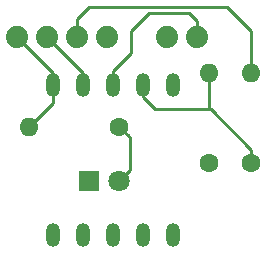
<source format=gbr>
G04 #@! TF.GenerationSoftware,KiCad,Pcbnew,5.0.2-bee76a0~70~ubuntu18.04.1*
G04 #@! TF.CreationDate,2019-07-06T00:12:55+01:00*
G04 #@! TF.ProjectId,Timer Gate,54696d65-7220-4476-9174-652e6b696361,rev?*
G04 #@! TF.SameCoordinates,Original*
G04 #@! TF.FileFunction,Copper,L1,Top*
G04 #@! TF.FilePolarity,Positive*
%FSLAX46Y46*%
G04 Gerber Fmt 4.6, Leading zero omitted, Abs format (unit mm)*
G04 Created by KiCad (PCBNEW 5.0.2-bee76a0~70~ubuntu18.04.1) date Sat Jul  6 00:12:55 2019*
%MOMM*%
%LPD*%
G01*
G04 APERTURE LIST*
G04 #@! TA.AperFunction,ComponentPad*
%ADD10C,1.879600*%
G04 #@! TD*
G04 #@! TA.AperFunction,ComponentPad*
%ADD11O,1.600000X1.600000*%
G04 #@! TD*
G04 #@! TA.AperFunction,ComponentPad*
%ADD12C,1.600000*%
G04 #@! TD*
G04 #@! TA.AperFunction,ComponentPad*
%ADD13O,1.200000X2.000000*%
G04 #@! TD*
G04 #@! TA.AperFunction,ComponentPad*
%ADD14C,1.800000*%
G04 #@! TD*
G04 #@! TA.AperFunction,ComponentPad*
%ADD15R,1.800000X1.800000*%
G04 #@! TD*
G04 #@! TA.AperFunction,Conductor*
%ADD16C,0.250000*%
G04 #@! TD*
G04 APERTURE END LIST*
D10*
G04 #@! TO.P,J1,1*
G04 #@! TO.N,Net-(D1-Pad1)*
X140208000Y-79248000D03*
G04 #@! TO.P,J1,2*
G04 #@! TO.N,Net-(J1-Pad2)*
X142748000Y-79248000D03*
G04 #@! TD*
G04 #@! TO.P,J2,1*
G04 #@! TO.N,Net-(J2-Pad1)*
X127508000Y-79248000D03*
G04 #@! TO.P,J2,2*
G04 #@! TO.N,Net-(J2-Pad2)*
X130048000Y-79248000D03*
G04 #@! TO.P,J2,3*
G04 #@! TO.N,Net-(J2-Pad3)*
X132588000Y-79248000D03*
G04 #@! TO.P,J2,4*
G04 #@! TO.N,Net-(D1-Pad1)*
X135128000Y-79248000D03*
G04 #@! TD*
D11*
G04 #@! TO.P,R1,2*
G04 #@! TO.N,Net-(J2-Pad3)*
X147320000Y-82296000D03*
D12*
G04 #@! TO.P,R1,1*
G04 #@! TO.N,Net-(R1-Pad1)*
X147320000Y-89916000D03*
G04 #@! TD*
G04 #@! TO.P,R2,1*
G04 #@! TO.N,Net-(D1-Pad1)*
X143764000Y-89916000D03*
D11*
G04 #@! TO.P,R2,2*
G04 #@! TO.N,Net-(R1-Pad1)*
X143764000Y-82296000D03*
G04 #@! TD*
D13*
G04 #@! TO.P,U1,10*
G04 #@! TO.N,Net-(J2-Pad1)*
X130556000Y-83363001D03*
G04 #@! TO.P,U1,1*
G04 #@! TO.N,Net-(U1-Pad1)*
X130556000Y-96033001D03*
G04 #@! TO.P,U1,9*
G04 #@! TO.N,Net-(J2-Pad2)*
X133096000Y-83363001D03*
G04 #@! TO.P,U1,2*
G04 #@! TO.N,Net-(D1-Pad1)*
X133096000Y-96033001D03*
G04 #@! TO.P,U1,8*
G04 #@! TO.N,Net-(J1-Pad2)*
X135636000Y-83363001D03*
G04 #@! TO.P,U1,3*
G04 #@! TO.N,Net-(U1-Pad3)*
X135636000Y-96033001D03*
G04 #@! TO.P,U1,7*
G04 #@! TO.N,Net-(R1-Pad1)*
X138176000Y-83363001D03*
G04 #@! TO.P,U1,4*
G04 #@! TO.N,Net-(U1-Pad4)*
X138176000Y-96033001D03*
G04 #@! TO.P,U1,6*
G04 #@! TO.N,Net-(U1-Pad6)*
X140716000Y-83363001D03*
G04 #@! TO.P,U1,5*
G04 #@! TO.N,Net-(U1-Pad5)*
X140716000Y-96033001D03*
G04 #@! TD*
D14*
G04 #@! TO.P,D1,2*
G04 #@! TO.N,Net-(D1-Pad2)*
X136144000Y-91440000D03*
D15*
G04 #@! TO.P,D1,1*
G04 #@! TO.N,Net-(D1-Pad1)*
X133604000Y-91440000D03*
G04 #@! TD*
D11*
G04 #@! TO.P,R3,2*
G04 #@! TO.N,Net-(J2-Pad1)*
X128524000Y-86868000D03*
D12*
G04 #@! TO.P,R3,1*
G04 #@! TO.N,Net-(D1-Pad2)*
X136144000Y-86868000D03*
G04 #@! TD*
D16*
G04 #@! TO.N,Net-(J1-Pad2)*
X142748000Y-77918923D02*
X142045077Y-77216000D01*
X142748000Y-79248000D02*
X142748000Y-77918923D01*
X142045077Y-77216000D02*
X138684000Y-77216000D01*
X138684000Y-77216000D02*
X137160000Y-78740000D01*
X135636000Y-82113001D02*
X135636000Y-83363001D01*
X137160000Y-80589001D02*
X135636000Y-82113001D01*
X137160000Y-78740000D02*
X137160000Y-80589001D01*
G04 #@! TO.N,Net-(J2-Pad1)*
X130556000Y-82296000D02*
X130556000Y-83363001D01*
X127508000Y-79248000D02*
X130556000Y-82296000D01*
X130556000Y-84836000D02*
X130556000Y-83363001D01*
X128524000Y-86868000D02*
X130556000Y-84836000D01*
G04 #@! TO.N,Net-(J2-Pad2)*
X133096000Y-82296000D02*
X133096000Y-83363001D01*
X130048000Y-79248000D02*
X133096000Y-82296000D01*
G04 #@! TO.N,Net-(J2-Pad3)*
X132588000Y-78232000D02*
X132588000Y-79248000D01*
X133604000Y-76708000D02*
X132588000Y-77724000D01*
X132588000Y-77724000D02*
X132588000Y-79248000D01*
X145288000Y-76708000D02*
X133604000Y-76708000D01*
X147320000Y-82296000D02*
X147320000Y-78740000D01*
X147320000Y-78740000D02*
X145288000Y-76708000D01*
G04 #@! TO.N,Net-(R1-Pad1)*
X143764000Y-85344000D02*
X143764000Y-82296000D01*
X138176000Y-84328000D02*
X138176000Y-83363001D01*
X139192000Y-85344000D02*
X138176000Y-84328000D01*
X143879370Y-85344000D02*
X139192000Y-85344000D01*
X147320000Y-89916000D02*
X147320000Y-88784630D01*
X147320000Y-88784630D02*
X143879370Y-85344000D01*
G04 #@! TO.N,Net-(D1-Pad2)*
X136943999Y-87667999D02*
X136144000Y-86868000D01*
X137043999Y-87767999D02*
X136943999Y-87667999D01*
X137043999Y-90540001D02*
X137043999Y-87767999D01*
X136144000Y-91440000D02*
X137043999Y-90540001D01*
G04 #@! TD*
M02*

</source>
